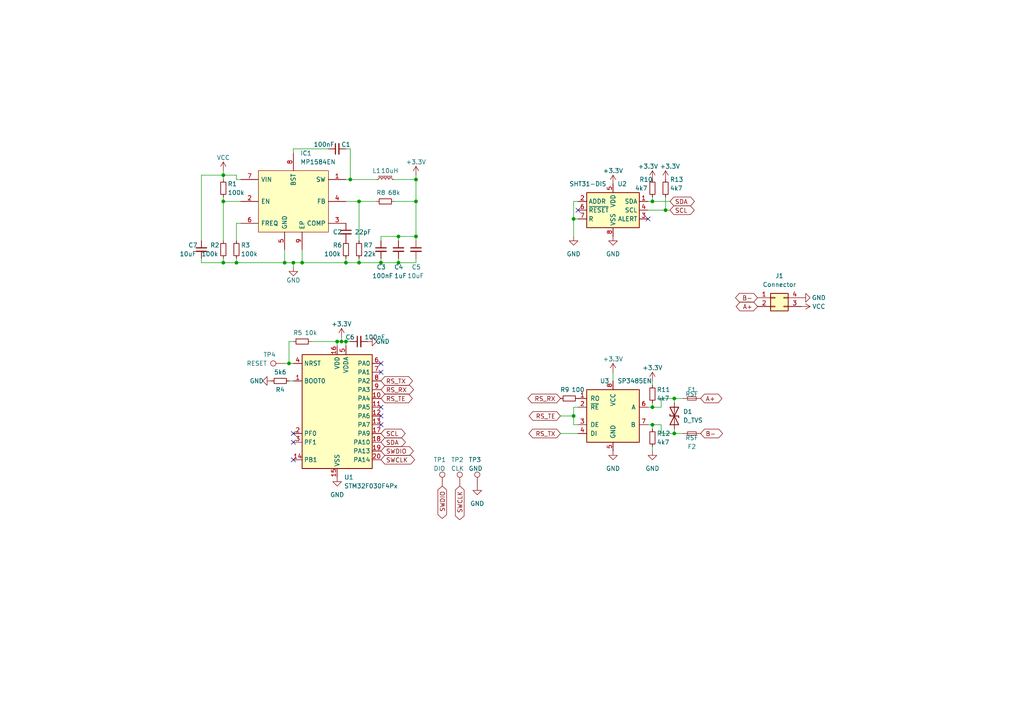
<source format=kicad_sch>
(kicad_sch (version 20211123) (generator eeschema)
  (paper "A4")
  (lib_symbols
    (symbol "Connector:TestPoint" (pin_numbers hide) (pin_names (offset 0.762) hide)
      (property "Reference" "TP" (at 0 6.858 0))
      (property "Value" "TestPoint" (at 0 5.08 0))
      (symbol "TestPoint_0_1"
        (circle (center 0 3.302) (radius 0.762))
      )
      (symbol "TestPoint_1_1"
        (pin passive line (at 0 0 90) (length 2.54) (name "1") (number "1"))
      )
    )
    (symbol "Connector_Generic:Conn_02x02_Counter_Clockwise" (pin_names (offset 1.016) hide)
      (property "Reference" "J" (at 1.27 2.54 0))
      (property "Value" "Conn_02x02_Counter_Clockwise" (at 1.27 -5.08 0))
      (symbol "Conn_02x02_Counter_Clockwise_1_1"
        (rectangle (start -1.27 -2.413) (end 0 -2.667) (stroke (width 0.1524)))
        (rectangle (start -1.27 0.127) (end 0 -0.127) (stroke (width 0.1524)))
        (rectangle (start -1.27 1.27) (end 3.81 -3.81) (stroke (width 0.254)) (fill (type background)))
        (rectangle (start 3.81 -2.413) (end 2.54 -2.667) (stroke (width 0.1524)))
        (rectangle (start 3.81 0.127) (end 2.54 -0.127) (stroke (width 0.1524)))
        (pin passive line (at -5.08 0 0) (length 3.81) (name "Pin_1") (number "1"))
        (pin passive line (at -5.08 -2.54 0) (length 3.81) (name "Pin_2") (number "2"))
        (pin passive line (at 7.62 -2.54 180) (length 3.81) (name "Pin_3") (number "3"))
        (pin passive line (at 7.62 0 180) (length 3.81) (name "Pin_4") (number "4"))
      )
    )
    (symbol "Device:C_Small" (pin_numbers hide) (pin_names (offset 0.254) hide)
      (property "Reference" "C" (at 0.254 1.778 0))
      (property "Value" "C_Small" (at 0.254 -2.032 0))
      (symbol "C_Small_0_1"
        (polyline (pts (xy -1.524 -0.508) (xy 1.524 -0.508)) (stroke (width 0.3302)))
        (polyline (pts (xy -1.524 0.508) (xy 1.524 0.508)) (stroke (width 0.3048)))
      )
      (symbol "C_Small_1_1"
        (pin passive line (at 0 2.54 270) (length 2.032) (name "~") (number "1"))
        (pin passive line (at 0 -2.54 90) (length 2.032) (name "~") (number "2"))
      )
    )
    (symbol "Device:D_TVS" (pin_numbers hide) (pin_names (offset 1.016) hide)
      (property "Reference" "D" (at 0 2.54 0))
      (property "Value" "D_TVS" (at 0 -2.54 0))
      (symbol "D_TVS_0_1"
        (polyline (pts (xy 1.27 0) (xy -1.27 0)))
        (polyline (pts (xy 0.508 1.27) (xy 0 1.27) (xy 0 -1.27) (xy -0.508 -1.27)) (stroke (width 0.254)))
        (polyline (pts (xy -2.54 1.27) (xy -2.54 -1.27) (xy 2.54 1.27) (xy 2.54 -1.27) (xy -2.54 1.27)) (stroke (width 0.254)))
      )
      (symbol "D_TVS_1_1"
        (pin passive line (at -3.81 0 0) (length 2.54) (name "A1") (number "1"))
        (pin passive line (at 3.81 0 180) (length 2.54) (name "A2") (number "2"))
      )
    )
    (symbol "Device:Fuse_Small" (pin_numbers hide) (pin_names (offset 0.254) hide)
      (property "Reference" "F" (at 0 -1.524 0))
      (property "Value" "Fuse_Small" (at 0 1.524 0))
      (symbol "Fuse_Small_0_1"
        (rectangle (start -1.27 0.508) (end 1.27 -0.508))
        (polyline (pts (xy -1.27 0) (xy 1.27 0)))
      )
      (symbol "Fuse_Small_1_1"
        (pin passive line (at -2.54 0 0) (length 1.27) (name "~") (number "1"))
        (pin passive line (at 2.54 0 180) (length 1.27) (name "~") (number "2"))
      )
    )
    (symbol "Device:L_Ferrite_Small" (pin_numbers hide) (pin_names (offset 0.254) hide)
      (property "Reference" "L" (at 1.27 1.016 0))
      (property "Value" "L_Ferrite_Small" (at 1.27 -1.27 0))
      (symbol "L_Ferrite_Small_0_1"
        (arc (start 0 -2.032) (mid 0.508 -1.524) (end 0 -1.016))
        (arc (start 0 -1.016) (mid 0.508 -0.508) (end 0 0))
        (polyline (pts (xy 0.762 -1.905) (xy 0.762 -1.651)))
        (polyline (pts (xy 0.762 -1.397) (xy 0.762 -1.143)))
        (polyline (pts (xy 0.762 -0.889) (xy 0.762 -0.635)))
        (polyline (pts (xy 0.762 -0.381) (xy 0.762 -0.127)))
        (polyline (pts (xy 0.762 0.127) (xy 0.762 0.381)))
        (polyline (pts (xy 0.762 0.635) (xy 0.762 0.889)))
        (polyline (pts (xy 0.762 1.143) (xy 0.762 1.397)))
        (polyline (pts (xy 0.762 1.651) (xy 0.762 1.905)))
        (polyline (pts (xy 1.016 -1.651) (xy 1.016 -1.905)))
        (polyline (pts (xy 1.016 -1.143) (xy 1.016 -1.397)))
        (polyline (pts (xy 1.016 -0.635) (xy 1.016 -0.889)))
        (polyline (pts (xy 1.016 -0.127) (xy 1.016 -0.381)))
        (polyline (pts (xy 1.016 0.381) (xy 1.016 0.127)))
        (polyline (pts (xy 1.016 0.889) (xy 1.016 0.635)))
        (polyline (pts (xy 1.016 1.397) (xy 1.016 1.143)))
        (polyline (pts (xy 1.016 1.905) (xy 1.016 1.651)))
        (arc (start 0 0) (mid 0.508 0.508) (end 0 1.016))
        (arc (start 0 1.016) (mid 0.508 1.524) (end 0 2.032))
      )
      (symbol "L_Ferrite_Small_1_1"
        (pin passive line (at 0 2.54 270) (length 0.508) (name "~") (number "1"))
        (pin passive line (at 0 -2.54 90) (length 0.508) (name "~") (number "2"))
      )
    )
    (symbol "Device:R_Small" (pin_numbers hide) (pin_names (offset 0.254) hide)
      (property "Reference" "R" (at 0.762 0.508 0))
      (property "Value" "R_Small" (at 0.762 -1.016 0))
      (symbol "R_Small_0_1"
        (rectangle (start -0.762 1.778) (end 0.762 -1.778) (stroke (width 0.2032)))
      )
      (symbol "R_Small_1_1"
        (pin passive line (at 0 2.54 270) (length 0.762) (name "~") (number "1"))
        (pin passive line (at 0 -2.54 90) (length 0.762) (name "~") (number "2"))
      )
    )
    (symbol "Interface_UART:SP3485EN" (pin_names (offset 1.016))
      (property "Reference" "U" (at -7.62 8.89 0))
      (property "Value" "SP3485EN" (at 2.54 8.89 0))
      (symbol "SP3485EN_0_1"
        (rectangle (start -7.62 7.62) (end 7.62 -7.62) (stroke (width 0.254)) (fill (type background)))
      )
      (symbol "SP3485EN_1_1"
        (pin output line (at -10.16 5.08 0) (length 2.54) (name "RO") (number "1"))
        (pin input line (at -10.16 2.54 0) (length 2.54) (name "~{RE}") (number "2"))
        (pin input line (at -10.16 -2.54 0) (length 2.54) (name "DE") (number "3"))
        (pin input line (at -10.16 -5.08 0) (length 2.54) (name "DI") (number "4"))
        (pin power_in line (at 0 -10.16 90) (length 2.54) (name "GND") (number "5"))
        (pin bidirectional line (at 10.16 2.54 180) (length 2.54) (name "A") (number "6"))
        (pin bidirectional line (at 10.16 -2.54 180) (length 2.54) (name "B") (number "7"))
        (pin power_in line (at 0 10.16 270) (length 2.54) (name "VCC") (number "8"))
      )
    )
    (symbol "MCU_ST_STM32F0:STM32F030F4Px"
      (property "Reference" "U" (at -10.16 16.51 0))
      (property "Value" "STM32F030F4Px" (at 5.08 16.51 0))
      (symbol "STM32F030F4Px_0_1"
        (rectangle (start -10.16 -17.78) (end 10.16 15.24) (stroke (width 0.254)) (fill (type background)))
      )
      (symbol "STM32F030F4Px_1_1"
        (pin input line (at -12.7 7.62 0) (length 2.54) (name "BOOT0") (number "1"))
        (pin bidirectional line (at 12.7 2.54 180) (length 2.54) (name "PA4") (number "10"))
        (pin bidirectional line (at 12.7 0 180) (length 2.54) (name "PA5") (number "11"))
        (pin bidirectional line (at 12.7 -2.54 180) (length 2.54) (name "PA6") (number "12"))
        (pin bidirectional line (at 12.7 -5.08 180) (length 2.54) (name "PA7") (number "13"))
        (pin bidirectional line (at -12.7 -15.24 0) (length 2.54) (name "PB1") (number "14"))
        (pin power_in line (at 0 -20.32 90) (length 2.54) (name "VSS") (number "15"))
        (pin power_in line (at 0 17.78 270) (length 2.54) (name "VDD") (number "16"))
        (pin bidirectional line (at 12.7 -7.62 180) (length 2.54) (name "PA9") (number "17"))
        (pin bidirectional line (at 12.7 -10.16 180) (length 2.54) (name "PA10") (number "18"))
        (pin bidirectional line (at 12.7 -12.7 180) (length 2.54) (name "PA13") (number "19"))
        (pin input line (at -12.7 -7.62 0) (length 2.54) (name "PF0") (number "2"))
        (pin bidirectional line (at 12.7 -15.24 180) (length 2.54) (name "PA14") (number "20"))
        (pin input line (at -12.7 -10.16 0) (length 2.54) (name "PF1") (number "3"))
        (pin input line (at -12.7 12.7 0) (length 2.54) (name "NRST") (number "4"))
        (pin power_in line (at 2.54 17.78 270) (length 2.54) (name "VDDA") (number "5"))
        (pin bidirectional line (at 12.7 12.7 180) (length 2.54) (name "PA0") (number "6"))
        (pin bidirectional line (at 12.7 10.16 180) (length 2.54) (name "PA1") (number "7"))
        (pin bidirectional line (at 12.7 7.62 180) (length 2.54) (name "PA2") (number "8"))
        (pin bidirectional line (at 12.7 5.08 180) (length 2.54) (name "PA3") (number "9"))
      )
    )
    (symbol "MP1584EN-LF-P:MP1584EN" (pin_names (offset 0.762))
      (property "Reference" "IC" (at -5.08 11.43 0))
      (property "Value" "MP1584EN" (at 1.27 11.43 0))
      (symbol "MP1584EN_0_0"
        (pin passive line (at 15.24 6.35 180) (length 5.08) (name "SW") (number "1"))
        (pin passive line (at -15.24 0 0) (length 5.08) (name "EN") (number "2"))
        (pin passive line (at 15.24 -6.35 180) (length 5.08) (name "COMP") (number "3"))
        (pin passive line (at 15.24 0 180) (length 5.08) (name "FB") (number "4"))
        (pin passive line (at -2.54 -13.97 90) (length 5.08) (name "GND") (number "5"))
        (pin passive line (at -15.24 -6.35 0) (length 5.08) (name "FREQ") (number "6"))
        (pin passive line (at -15.24 6.35 0) (length 5.08) (name "VIN") (number "7"))
        (pin passive line (at 0 13.97 270) (length 5.08) (name "BST") (number "8"))
        (pin passive line (at 2.54 -13.97 90) (length 5.08) (name "EP") (number "9"))
      )
      (symbol "MP1584EN_0_1"
        (polyline (pts (xy -10.16 8.89) (xy 10.16 8.89) (xy 10.16 -8.89) (xy -10.16 -8.89) (xy -10.16 8.89)) (stroke (width 0.1524)) (fill (type background)))
      )
    )
    (symbol "Sensor_Humidity:SHT31-DIS"
      (property "Reference" "U" (at -6.35 6.35 0))
      (property "Value" "SHT31-DIS" (at 6.35 6.35 0))
      (symbol "SHT31-DIS_0_1"
        (rectangle (start -7.62 5.08) (end 7.62 -5.08) (stroke (width 0.254)) (fill (type background)))
      )
      (symbol "SHT31-DIS_1_1"
        (pin bidirectional line (at 10.16 2.54 180) (length 2.54) (name "SDA") (number "1"))
        (pin input line (at -10.16 2.54 0) (length 2.54) (name "ADDR") (number "2"))
        (pin output line (at 10.16 -2.54 180) (length 2.54) (name "ALERT") (number "3"))
        (pin input line (at 10.16 0 180) (length 2.54) (name "SCL") (number "4"))
        (pin power_in line (at 0 7.62 270) (length 2.54) (name "VDD") (number "5"))
        (pin input line (at -10.16 0 0) (length 2.54) (name "~{RESET}") (number "6"))
        (pin passive line (at -10.16 -2.54 0) (length 2.54) (name "R") (number "7"))
        (pin power_in line (at 0 -7.62 90) (length 2.54) (name "VSS") (number "8"))
        (pin passive line (at 0 -7.62 90) (length 2.54) hide (name "VSS") (number "9"))
      )
    )
    (symbol "power:+3.3V" (power) (pin_names (offset 0))
      (property "Value" "+3.3V" (at 0 3.556 0))
      (symbol "+3.3V_0_1"
        (polyline (pts (xy -0.762 1.27) (xy 0 2.54)))
        (polyline (pts (xy 0 0) (xy 0 2.54)))
        (polyline (pts (xy 0 2.54) (xy 0.762 1.27)))
      )
      (symbol "+3.3V_1_1"
        (pin power_in line (at 0 0 90) (length 0) hide (name "+3.3V") (number "1"))
      )
    )
    (symbol "power:GND" (power) (pin_names (offset 0))
      (property "Value" "GND" (at 0 -3.81 0))
      (symbol "GND_0_1"
        (polyline (pts (xy 0 0) (xy 0 -1.27) (xy 1.27 -1.27) (xy 0 -2.54) (xy -1.27 -1.27) (xy 0 -1.27)))
      )
      (symbol "GND_1_1"
        (pin power_in line (at 0 0 270) (length 0) hide (name "GND") (number "1"))
      )
    )
    (symbol "power:VCC" (power) (pin_names (offset 0))
      (property "Value" "VCC" (at 0 3.81 0))
      (symbol "VCC_0_1"
        (polyline (pts (xy -0.762 1.27) (xy 0 2.54)))
        (polyline (pts (xy 0 0) (xy 0 2.54)))
        (polyline (pts (xy 0 2.54) (xy 0.762 1.27)))
      )
      (symbol "VCC_1_1"
        (pin power_in line (at 0 0 90) (length 0) hide (name "VCC") (number "1"))
      )
    )
  )
  (junction (at 68.58 76.2))
  (junction (at 166.37 63.5))
  (junction (at 101.6 52.07))
  (junction (at 104.14 76.2))
  (junction (at 195.58 125.73))
  (junction (at 110.49 76.2))
  (junction (at 100.33 99.06))
  (junction (at 189.23 118.11))
  (junction (at 115.57 68.58))
  (junction (at 87.63 76.2))
  (junction (at 64.77 76.2))
  (junction (at 120.65 68.58))
  (junction (at 195.58 115.57))
  (junction (at 193.04 60.96))
  (junction (at 64.77 50.8))
  (junction (at 99.06 99.06))
  (junction (at 97.79 99.06))
  (junction (at 100.33 76.2))
  (junction (at 83.82 105.41))
  (junction (at 166.37 120.65))
  (junction (at 189.23 123.19))
  (junction (at 120.65 58.42))
  (junction (at 120.65 52.07))
  (junction (at 189.23 58.42))
  (junction (at 115.57 76.2))
  (junction (at 104.14 58.42))
  (junction (at 82.55 76.2))
  (junction (at 64.77 58.42))
  (junction (at 85.09 76.2))
  (no_connect (at 85.09 128.27))
  (no_connect (at 187.96 63.5))
  (no_connect (at 110.49 105.41))
  (no_connect (at 110.49 120.65))
  (no_connect (at 85.09 133.35))
  (no_connect (at 110.49 118.11))
  (no_connect (at 110.49 123.19))
  (no_connect (at 85.09 125.73))
  (no_connect (at 110.49 107.95))
  (no_connect (at 167.64 60.96))
  (wire (pts (xy 101.6 52.07) (xy 100.33 52.07)))
  (wire (pts (xy 115.57 74.93) (xy 115.57 76.2)))
  (wire (pts (xy 120.65 76.2) (xy 115.57 76.2)))
  (wire (pts (xy 162.56 125.73) (xy 167.64 125.73)))
  (wire (pts (xy 166.37 123.19) (xy 166.37 120.65)))
  (wire (pts (xy 82.55 76.2) (xy 68.58 76.2)))
  (wire (pts (xy 68.58 52.07) (xy 68.58 50.8)))
  (wire (pts (xy 85.09 99.06) (xy 83.82 99.06)))
  (wire (pts (xy 85.09 76.2) (xy 82.55 76.2)))
  (wire (pts (xy 68.58 64.77) (xy 69.85 64.77)))
  (wire (pts (xy 100.33 43.18) (xy 101.6 43.18)))
  (wire (pts (xy 104.14 74.93) (xy 104.14 76.2)))
  (wire (pts (xy 100.33 76.2) (xy 104.14 76.2)))
  (wire (pts (xy 101.6 52.07) (xy 109.22 52.07)))
  (wire (pts (xy 110.49 68.58) (xy 115.57 68.58)))
  (wire (pts (xy 82.55 105.41) (xy 83.82 105.41)))
  (wire (pts (xy 189.23 58.42) (xy 187.96 58.42)))
  (wire (pts (xy 120.65 50.8) (xy 120.65 52.07)))
  (wire (pts (xy 120.65 74.93) (xy 120.65 76.2)))
  (wire (pts (xy 85.09 43.18) (xy 85.09 44.45)))
  (wire (pts (xy 193.04 57.15) (xy 193.04 60.96)))
  (wire (pts (xy 87.63 76.2) (xy 85.09 76.2)))
  (wire (pts (xy 99.06 97.79) (xy 99.06 99.06)))
  (wire (pts (xy 64.77 69.85) (xy 64.77 58.42)))
  (wire (pts (xy 85.09 76.2) (xy 85.09 77.47)))
  (wire (pts (xy 104.14 58.42) (xy 104.14 69.85)))
  (wire (pts (xy 100.33 58.42) (xy 104.14 58.42)))
  (wire (pts (xy 120.65 52.07) (xy 114.3 52.07)))
  (wire (pts (xy 166.37 118.11) (xy 167.64 118.11)))
  (wire (pts (xy 95.25 43.18) (xy 85.09 43.18)))
  (wire (pts (xy 193.04 60.96) (xy 194.31 60.96)))
  (wire (pts (xy 64.77 58.42) (xy 69.85 58.42)))
  (wire (pts (xy 189.23 110.49) (xy 189.23 111.76)))
  (wire (pts (xy 82.55 72.39) (xy 82.55 76.2)))
  (wire (pts (xy 58.42 74.93) (xy 58.42 76.2)))
  (wire (pts (xy 189.23 124.46) (xy 189.23 123.19)))
  (wire (pts (xy 120.65 58.42) (xy 120.65 52.07)))
  (wire (pts (xy 195.58 116.84) (xy 195.58 115.57)))
  (wire (pts (xy 193.04 60.96) (xy 187.96 60.96)))
  (wire (pts (xy 187.96 118.11) (xy 189.23 118.11)))
  (wire (pts (xy 68.58 50.8) (xy 64.77 50.8)))
  (wire (pts (xy 97.79 99.06) (xy 97.79 100.33)))
  (wire (pts (xy 120.65 68.58) (xy 120.65 69.85)))
  (wire (pts (xy 166.37 58.42) (xy 166.37 63.5)))
  (wire (pts (xy 101.6 43.18) (xy 101.6 52.07)))
  (wire (pts (xy 100.33 74.93) (xy 100.33 76.2)))
  (wire (pts (xy 191.77 123.19) (xy 191.77 125.73)))
  (wire (pts (xy 189.23 129.54) (xy 189.23 130.81)))
  (wire (pts (xy 58.42 50.8) (xy 64.77 50.8)))
  (wire (pts (xy 189.23 118.11) (xy 191.77 118.11)))
  (wire (pts (xy 191.77 125.73) (xy 195.58 125.73)))
  (wire (pts (xy 189.23 118.11) (xy 189.23 116.84)))
  (wire (pts (xy 166.37 63.5) (xy 167.64 63.5)))
  (wire (pts (xy 189.23 58.42) (xy 194.31 58.42)))
  (wire (pts (xy 68.58 74.93) (xy 68.58 76.2)))
  (wire (pts (xy 177.8 107.95) (xy 177.8 110.49)))
  (wire (pts (xy 104.14 76.2) (xy 110.49 76.2)))
  (wire (pts (xy 110.49 69.85) (xy 110.49 68.58)))
  (wire (pts (xy 110.49 74.93) (xy 110.49 76.2)))
  (wire (pts (xy 189.23 123.19) (xy 187.96 123.19)))
  (wire (pts (xy 195.58 115.57) (xy 198.12 115.57)))
  (wire (pts (xy 110.49 76.2) (xy 115.57 76.2)))
  (wire (pts (xy 99.06 99.06) (xy 97.79 99.06)))
  (wire (pts (xy 68.58 69.85) (xy 68.58 64.77)))
  (wire (pts (xy 167.64 123.19) (xy 166.37 123.19)))
  (wire (pts (xy 120.65 68.58) (xy 120.65 58.42)))
  (wire (pts (xy 100.33 99.06) (xy 99.06 99.06)))
  (wire (pts (xy 90.17 99.06) (xy 97.79 99.06)))
  (wire (pts (xy 115.57 69.85) (xy 115.57 68.58)))
  (wire (pts (xy 104.14 58.42) (xy 109.22 58.42)))
  (wire (pts (xy 166.37 120.65) (xy 166.37 118.11)))
  (wire (pts (xy 83.82 110.49) (xy 85.09 110.49)))
  (wire (pts (xy 166.37 68.58) (xy 166.37 63.5)))
  (wire (pts (xy 162.56 120.65) (xy 166.37 120.65)))
  (wire (pts (xy 100.33 99.06) (xy 101.6 99.06)))
  (wire (pts (xy 195.58 125.73) (xy 195.58 124.46)))
  (wire (pts (xy 167.64 58.42) (xy 166.37 58.42)))
  (wire (pts (xy 100.33 76.2) (xy 87.63 76.2)))
  (wire (pts (xy 64.77 76.2) (xy 64.77 74.93)))
  (wire (pts (xy 191.77 118.11) (xy 191.77 115.57)))
  (wire (pts (xy 198.12 125.73) (xy 195.58 125.73)))
  (wire (pts (xy 83.82 99.06) (xy 83.82 105.41)))
  (wire (pts (xy 189.23 57.15) (xy 189.23 58.42)))
  (wire (pts (xy 64.77 50.8) (xy 64.77 52.07)))
  (wire (pts (xy 58.42 69.85) (xy 58.42 50.8)))
  (wire (pts (xy 64.77 76.2) (xy 68.58 76.2)))
  (wire (pts (xy 114.3 58.42) (xy 120.65 58.42)))
  (wire (pts (xy 189.23 123.19) (xy 191.77 123.19)))
  (wire (pts (xy 83.82 105.41) (xy 85.09 105.41)))
  (wire (pts (xy 191.77 115.57) (xy 195.58 115.57)))
  (wire (pts (xy 100.33 100.33) (xy 100.33 99.06)))
  (wire (pts (xy 115.57 68.58) (xy 120.65 68.58)))
  (wire (pts (xy 58.42 76.2) (xy 64.77 76.2)))
  (wire (pts (xy 69.85 52.07) (xy 68.58 52.07)))
  (wire (pts (xy 64.77 49.53) (xy 64.77 50.8)))
  (wire (pts (xy 64.77 57.15) (xy 64.77 58.42)))
  (wire (pts (xy 87.63 72.39) (xy 87.63 76.2)))
  (global_label "SWCLK" (shape bidirectional) (at 110.49 133.35 0) (property "Intersheet References" "${INTERSHEET_REFS}" (effects hide)))
  (global_label "RS_TX" (shape bidirectional) (at 110.49 110.49 0) (property "Intersheet References" "${INTERSHEET_REFS}" (effects hide)))
  (global_label "RS_RX" (shape bidirectional) (at 162.56 115.57 180) (property "Intersheet References" "${INTERSHEET_REFS}" (effects hide)))
  (global_label "B-" (shape bidirectional) (at 219.71 86.36 180) (property "Intersheet References" "${INTERSHEET_REFS}" (effects hide)))
  (global_label "SCL" (shape bidirectional) (at 110.49 125.73 0) (property "Intersheet References" "${INTERSHEET_REFS}" (effects hide)))
  (global_label "SDA" (shape bidirectional) (at 194.31 58.42 0) (property "Intersheet References" "${INTERSHEET_REFS}" (effects hide)))
  (global_label "B-" (shape bidirectional) (at 203.2 125.73 0) (property "Intersheet References" "${INTERSHEET_REFS}" (effects hide)))
  (global_label "SWCLK" (shape bidirectional) (at 133.35 140.97 270) (property "Intersheet References" "${INTERSHEET_REFS}" (effects hide)))
  (global_label "RS_TE" (shape bidirectional) (at 162.56 120.65 180) (property "Intersheet References" "${INTERSHEET_REFS}" (effects hide)))
  (global_label "SWDIO" (shape bidirectional) (at 110.49 130.81 0) (property "Intersheet References" "${INTERSHEET_REFS}" (effects hide)))
  (global_label "SCL" (shape bidirectional) (at 194.31 60.96 0) (property "Intersheet References" "${INTERSHEET_REFS}" (effects hide)))
  (global_label "A+" (shape bidirectional) (at 219.71 88.9 180) (property "Intersheet References" "${INTERSHEET_REFS}" (effects hide)))
  (global_label "A+" (shape bidirectional) (at 203.2 115.57 0) (property "Intersheet References" "${INTERSHEET_REFS}" (effects hide)))
  (global_label "SWDIO" (shape bidirectional) (at 128.27 140.97 270) (property "Intersheet References" "${INTERSHEET_REFS}" (effects hide)))
  (global_label "SDA" (shape bidirectional) (at 110.49 128.27 0) (property "Intersheet References" "${INTERSHEET_REFS}" (effects hide)))
  (global_label "RS_TE" (shape bidirectional) (at 110.49 115.57 0) (property "Intersheet References" "${INTERSHEET_REFS}" (effects hide)))
  (global_label "RS_TX" (shape bidirectional) (at 162.56 125.73 180) (property "Intersheet References" "${INTERSHEET_REFS}" (effects hide)))
  (global_label "RS_RX" (shape bidirectional) (at 110.49 113.03 0) (property "Intersheet References" "${INTERSHEET_REFS}" (effects hide)))
  (symbol (lib_id "Device:D_TVS") (at 195.58 120.65 90) (unit 1)
    (property "Reference" "D1" (at 198.12 119.3799 90) (effects (justify right)))
    (property "Value" "D_TVS" (at 198.12 121.9199 90) (effects (justify right)))
    (property "Footprint" "Diode_SMD:D_SMA" (effects hide))
  )
  (symbol (lib_id "power:+3.3V") (at 189.23 110.49 0) (unit 1)
    (property "Reference" "#PWR013" (effects hide))
    (property "Value" "+3.3V" (at 189.23 106.68 0))
  )
  (symbol (lib_id "power:VCC") (at 64.77 49.53 0) (mirror y) (unit 1)
    (property "Reference" "#PWR01" (effects hide))
    (property "Value" "VCC" (at 64.77 45.72 0))
  )
  (symbol (lib_id "Device:C_Small") (at 104.14 99.06 90) (unit 1)
    (property "Reference" "C6" (at 102.87 97.79 90) (effects (justify left)))
    (property "Value" "100nF" (at 111.76 97.79 90) (effects (justify left)))
    (property "Footprint" "Capacitor_SMD:C_0603_1608Metric" (effects hide))
  )
  (symbol (lib_id "Connector:TestPoint") (at 133.35 140.97 0) (unit 1)
    (property "Reference" "TP2" (at 130.81 133.35 0) (effects (justify left)))
    (property "Value" "CLK" (at 130.81 135.89 0) (effects (justify left)))
    (property "Footprint" "TestPoint:TestPoint_Pad_D1.5mm" (effects hide))
  )
  (symbol (lib_id "power:GND") (at 138.43 140.97 0) (unit 1)
    (property "Reference" "#PWR0101" (effects hide))
    (property "Value" "GND" (at 138.43 146.05 0))
  )
  (symbol (lib_id "Connector:TestPoint") (at 138.43 140.97 0) (unit 1)
    (property "Reference" "TP3" (at 135.89 133.35 0) (effects (justify left)))
    (property "Value" "GND" (at 135.89 135.89 0) (effects (justify left)))
    (property "Footprint" "TestPoint:TestPoint_Pad_D1.5mm" (effects hide))
  )
  (symbol (lib_id "power:+3.3V") (at 177.8 107.95 0) (unit 1)
    (property "Reference" "#PWR010" (effects hide))
    (property "Value" "+3.3V" (at 177.8 104.14 0))
  )
  (symbol (lib_id "Connector_Generic:Conn_02x02_Counter_Clockwise") (at 224.79 86.36 0) (unit 1)
    (property "Reference" "J1" (at 226.06 80.01 0))
    (property "Value" "Connector" (at 226.06 82.55 0))
    (property "Footprint" "Conn_Horizontal_2Layer:Conn_02x02_Horizontal_2Layer" (effects hide))
  )
  (symbol (lib_id "Device:R_Small") (at 68.58 72.39 0) (unit 1)
    (property "Reference" "R3" (at 69.85 71.12 0) (effects (justify left)))
    (property "Value" "100k" (at 69.85 73.66 0) (effects (justify left)))
    (property "Footprint" "Resistor_SMD:R_0603_1608Metric" (effects hide))
  )
  (symbol (lib_id "Device:R_Small") (at 64.77 54.61 0) (unit 1)
    (property "Reference" "R1" (at 66.04 53.34 0) (effects (justify left)))
    (property "Value" "100k" (at 66.04 55.88 0) (effects (justify left)))
    (property "Footprint" "Resistor_SMD:R_0603_1608Metric" (effects hide))
  )
  (symbol (lib_id "power:VCC") (at 232.41 88.9 270) (unit 1)
    (property "Reference" "#PWR016" (effects hide))
    (property "Value" "VCC" (at 237.49 88.9 90))
  )
  (symbol (lib_id "Interface_UART:SP3485EN") (at 177.8 120.65 0) (unit 1)
    (property "Reference" "U3" (at 173.99 110.49 0) (effects (justify left)))
    (property "Value" "SP3485EN" (at 179.07 110.49 0) (effects (justify left)))
    (property "Footprint" "Package_SO:SOIC-8_3.9x4.9mm_P1.27mm" (effects hide))
    (property "Datasheet" "http://www.icbase.com/pdf/SPX/SPX00480106.pdf" (effects hide))
  )
  (symbol (lib_id "Device:R_Small") (at 165.1 115.57 90) (unit 1)
    (property "Reference" "R9" (at 163.83 113.03 90))
    (property "Value" "100" (at 167.64 113.03 90))
    (property "Footprint" "Resistor_SMD:R_0603_1608Metric" (effects hide))
  )
  (symbol (lib_id "power:+3.3V") (at 99.06 97.79 0) (unit 1)
    (property "Reference" "#PWR05" (effects hide))
    (property "Value" "+3.3V" (at 99.06 93.98 0))
  )
  (symbol (lib_id "Device:L_Ferrite_Small") (at 111.76 52.07 90) (unit 1)
    (property "Reference" "L1" (at 109.22 49.53 90))
    (property "Value" "10uH" (at 113.03 49.53 90))
    (property "Footprint" "Inductor_SMD:L_Bourns_SRN6045TA" (effects hide))
  )
  (symbol (lib_id "power:GND") (at 189.23 130.81 0) (unit 1)
    (property "Reference" "#PWR014" (effects hide))
    (property "Value" "GND" (at 189.23 135.89 0))
  )
  (symbol (lib_id "Sensor_Humidity:SHT31-DIS") (at 177.8 60.96 0) (unit 1)
    (property "Reference" "U2" (at 179.07 53.34 0) (effects (justify left)))
    (property "Value" "SHT31-DIS" (at 165.1 53.34 0) (effects (justify left)))
    (property "Footprint" "Sensor_Humidity:Sensirion_DFN-8-1EP_2.5x2.5mm_P0.5mm_EP1.1x1.7mm" (effects hide))
    (property "Datasheet" "https://www.sensirion.com/fileadmin/user_upload/customers/sensirion/Dokumente/2_Humidity_Sensors/Datasheets/Sensirion_Humidity_Sensors_SHT3x_Datasheet_digital.pdf" (effects hide))
  )
  (symbol (lib_id "power:+3.3V") (at 189.23 52.07 0) (unit 1)
    (property "Reference" "#PWR012" (effects hide))
    (property "Value" "+3.3V" (at 187.96 48.26 0))
  )
  (symbol (lib_id "power:GND") (at 166.37 68.58 0) (unit 1)
    (property "Reference" "#PWR07" (effects hide))
    (property "Value" "GND" (at 166.37 73.66 0))
  )
  (symbol (lib_id "Device:R_Small") (at 100.33 72.39 0) (unit 1)
    (property "Reference" "R6" (at 96.52 71.12 0) (effects (justify left)))
    (property "Value" "100k" (at 93.98 73.66 0) (effects (justify left)))
    (property "Footprint" "Resistor_SMD:R_0603_1608Metric" (effects hide))
  )
  (symbol (lib_id "power:GND") (at 97.79 138.43 0) (unit 1)
    (property "Reference" "#PWR04" (effects hide))
    (property "Value" "GND" (at 97.79 143.51 0))
  )
  (symbol (lib_id "Device:R_Small") (at 64.77 72.39 0) (unit 1)
    (property "Reference" "R2" (at 60.96 71.12 0) (effects (justify left)))
    (property "Value" "100k" (at 58.42 73.66 0) (effects (justify left)))
    (property "Footprint" "Resistor_SMD:R_0603_1608Metric" (effects hide))
  )
  (symbol (lib_id "Connector:TestPoint") (at 128.27 140.97 0) (unit 1)
    (property "Reference" "TP1" (at 125.73 133.35 0) (effects (justify left)))
    (property "Value" "DIO" (at 125.73 135.89 0) (effects (justify left)))
    (property "Footprint" "TestPoint:TestPoint_Pad_D1.5mm" (effects hide))
  )
  (symbol (lib_id "Device:C_Small") (at 115.57 72.39 0) (unit 1)
    (property "Reference" "C4" (at 114.3 77.47 0) (effects (justify left)))
    (property "Value" "1uF" (at 114.3 80.01 0) (effects (justify left)))
    (property "Footprint" "Capacitor_SMD:C_1206_3216Metric" (effects hide))
  )
  (symbol (lib_id "Device:C_Small") (at 110.49 72.39 0) (unit 1)
    (property "Reference" "C3" (at 109.22 77.47 0) (effects (justify left)))
    (property "Value" "100nF" (at 107.95 80.01 0) (effects (justify left)))
    (property "Footprint" "Capacitor_SMD:C_0603_1608Metric" (effects hide))
  )
  (symbol (lib_id "Device:R_Small") (at 104.14 72.39 0) (unit 1)
    (property "Reference" "R7" (at 105.41 71.12 0) (effects (justify left)))
    (property "Value" "22k" (at 105.41 73.66 0) (effects (justify left)))
    (property "Footprint" "Resistor_SMD:R_0603_1608Metric" (effects hide))
  )
  (symbol (lib_id "power:GND") (at 106.68 99.06 90) (unit 1)
    (property "Reference" "#PWR018" (effects hide))
    (property "Value" "GND" (at 113.03 99.06 90) (effects (justify left)))
  )
  (symbol (lib_id "Device:R_Small") (at 111.76 58.42 90) (unit 1)
    (property "Reference" "R8" (at 110.49 55.88 90))
    (property "Value" "68k" (at 114.3 55.88 90))
    (property "Footprint" "Resistor_SMD:R_0603_1608Metric" (effects hide))
  )
  (symbol (lib_id "power:GND") (at 85.09 77.47 0) (unit 1)
    (property "Reference" "#PWR03" (effects hide))
    (property "Value" "GND" (at 85.09 81.28 0))
  )
  (symbol (lib_id "Device:R_Small") (at 87.63 99.06 90) (unit 1)
    (property "Reference" "R5" (at 86.36 96.52 90))
    (property "Value" "10k" (at 90.17 96.52 90))
    (property "Footprint" "Resistor_SMD:R_0603_1608Metric" (effects hide))
  )
  (symbol (lib_id "Device:C_Small") (at 97.79 43.18 90) (unit 1)
    (property "Reference" "C1" (at 100.33 41.91 90))
    (property "Value" "100nF" (at 93.98 41.91 90))
    (property "Footprint" "Capacitor_SMD:C_0603_1608Metric" (effects hide))
  )
  (symbol (lib_id "MP1584EN-LF-P:MP1584EN") (at 85.09 58.42 0) (unit 1)
    (property "Reference" "IC1" (at 87.1094 44.45 0) (effects (justify left)))
    (property "Value" "MP1584EN" (at 87.1094 46.99 0) (effects (justify left)))
    (property "Footprint" "Package_SO:SOIC-8-1EP_3.9x4.9mm_P1.27mm_EP2.29x3mm" (effects hide))
    (property "Datasheet" " " (effects hide))
    (property "Description" " " (effects hide))
    (property "Height" " " (effects hide))
    (property "Manufacturer_Name" " " (effects hide))
    (property "Manufacturer_Part_Number" " " (effects hide))
    (property "Mouser Part Number" " " (effects hide))
    (property "Mouser Price/Stock" " " (effects hide))
  )
  (symbol (lib_id "Device:R_Small") (at 189.23 114.3 0) (unit 1)
    (property "Reference" "R11" (at 190.5 113.03 0) (effects (justify left)))
    (property "Value" "4k7" (at 190.5 115.57 0) (effects (justify left)))
    (property "Footprint" "Resistor_SMD:R_0603_1608Metric" (effects hide))
  )
  (symbol (lib_id "Device:R_Small") (at 81.28 110.49 90) (unit 1)
    (property "Reference" "R4" (at 81.28 113.03 90))
    (property "Value" "5k6" (at 81.28 107.95 90))
    (property "Footprint" "Resistor_SMD:R_0603_1608Metric" (effects hide))
  )
  (symbol (lib_id "MCU_ST_STM32F0:STM32F030F4Px") (at 97.79 118.11 0) (unit 1)
    (property "Reference" "U1" (at 99.8094 138.43 0) (effects (justify left)))
    (property "Value" "STM32F030F4Px" (at 99.8094 140.97 0) (effects (justify left)))
    (property "Footprint" "Package_SO:TSSOP-20_4.4x6.5mm_P0.65mm" (effects hide))
    (property "Datasheet" "http://www.st.com/st-web-ui/static/active/en/resource/technical/document/datasheet/DM00088500.pdf" (effects hide))
  )
  (symbol (lib_id "power:+3.3V") (at 120.65 50.8 0) (unit 1)
    (property "Reference" "#PWR06" (effects hide))
    (property "Value" "+3.3V" (at 120.65 46.99 0))
  )
  (symbol (lib_id "Device:Fuse_Small") (at 200.66 115.57 0) (unit 1)
    (property "Reference" "F1" (at 200.66 113.03 0))
    (property "Value" "RSF" (at 200.66 114.3 0))
    (property "Footprint" "Fuse:Fuse_1206_3216Metric" (effects hide))
  )
  (symbol (lib_id "power:+3.3V") (at 177.8 53.34 0) (unit 1)
    (property "Reference" "#PWR08" (effects hide))
    (property "Value" "+3.3V" (at 177.8 49.53 0))
  )
  (symbol (lib_id "power:GND") (at 177.8 130.81 0) (unit 1)
    (property "Reference" "#PWR011" (effects hide))
    (property "Value" "GND" (at 177.8 135.89 0))
  )
  (symbol (lib_id "Device:R_Small") (at 193.04 54.61 0) (unit 1)
    (property "Reference" "R13" (at 194.31 52.07 0) (effects (justify left)))
    (property "Value" "4k7" (at 194.31 54.61 0) (effects (justify left)))
    (property "Footprint" "Resistor_SMD:R_0603_1608Metric" (effects hide))
  )
  (symbol (lib_id "Device:C_Small") (at 58.42 72.39 0) (unit 1)
    (property "Reference" "C7" (at 54.61 71.12 0) (effects (justify left)))
    (property "Value" "10uF" (at 52.07 73.66 0) (effects (justify left)))
    (property "Footprint" "Capacitor_SMD:C_1206_3216Metric" (effects hide))
  )
  (symbol (lib_id "Connector:TestPoint") (at 82.55 105.41 90) (unit 1)
    (property "Reference" "TP4" (at 80.01 102.87 90) (effects (justify left)))
    (property "Value" "RESET" (at 77.47 105.41 90) (effects (justify left)))
    (property "Footprint" "TestPoint:TestPoint_Pad_D1.5mm" (effects hide))
  )
  (symbol (lib_id "Device:R_Small") (at 189.23 127 0) (unit 1)
    (property "Reference" "R12" (at 190.5 125.73 0) (effects (justify left)))
    (property "Value" "4k7" (at 190.5 128.27 0) (effects (justify left)))
    (property "Footprint" "Resistor_SMD:R_0603_1608Metric" (effects hide))
  )
  (symbol (lib_id "power:+3.3V") (at 193.04 52.07 0) (unit 1)
    (property "Reference" "#PWR015" (effects hide))
    (property "Value" "+3.3V" (at 194.31 48.26 0))
  )
  (symbol (lib_id "Device:Fuse_Small") (at 200.66 125.73 0) (unit 1)
    (property "Reference" "F2" (at 200.66 129.54 0))
    (property "Value" "RSF" (at 200.66 127 0))
    (property "Footprint" "Fuse:Fuse_1206_3216Metric" (effects hide))
  )
  (symbol (lib_id "Device:C_Small") (at 120.65 72.39 0) (unit 1)
    (property "Reference" "C5" (at 119.38 77.47 0) (effects (justify left)))
    (property "Value" "10uF" (at 118.11 80.01 0) (effects (justify left)))
    (property "Footprint" "Capacitor_SMD:C_1206_3216Metric" (effects hide))
  )
  (symbol (lib_id "power:GND") (at 232.41 86.36 90) (mirror x) (unit 1)
    (property "Reference" "#PWR017" (effects hide))
    (property "Value" "GND" (at 237.49 86.36 90))
  )
  (symbol (lib_id "Device:R_Small") (at 189.23 54.61 0) (unit 1)
    (property "Reference" "R10" (at 185.42 52.07 0) (effects (justify left)))
    (property "Value" "4k7" (at 184.15 54.61 0) (effects (justify left)))
    (property "Footprint" "Resistor_SMD:R_0603_1608Metric" (effects hide))
  )
  (symbol (lib_id "power:GND") (at 177.8 68.58 0) (unit 1)
    (property "Reference" "#PWR09" (effects hide))
    (property "Value" "GND" (at 177.8 73.66 0))
  )
  (symbol (lib_id "Device:C_Small") (at 100.33 67.31 0) (unit 1)
    (property "Reference" "C2" (at 96.52 67.31 0) (effects (justify left)))
    (property "Value" "22pF" (at 102.87 67.31 0) (effects (justify left)))
    (property "Footprint" "Capacitor_SMD:C_0603_1608Metric" (effects hide))
  )
  (symbol (lib_id "power:GND") (at 78.74 110.49 270) (unit 1)
    (property "Reference" "#PWR02" (effects hide))
    (property "Value" "GND" (at 72.39 110.49 90) (effects (justify left)))
  )
)
</source>
